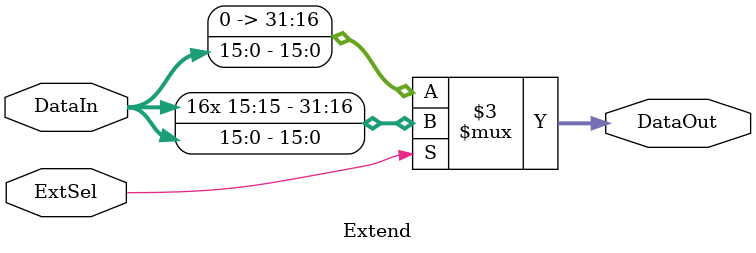
<source format=v>
`timescale 1ns / 1ps


module Extend(DataIn,ExtSel,DataOut);
    input [15:0] DataIn;
    input ExtSel;               //ÍØÕ¹·½Ê½ÐÅºÅ£¬0ÎªÁãÍØÕ¹£¬1Îª·ûºÅÍØÕ¹
    output reg [31:0] DataOut;
    
    always @(DataIn or ExtSel) begin
        if (ExtSel) begin
            DataOut <= {{16{DataIn[15]}}, DataIn[15:0]};
        end
        else begin
            DataOut <= {16'b0000000000000000, DataIn[15:0]};
        end
    end
endmodule

</source>
